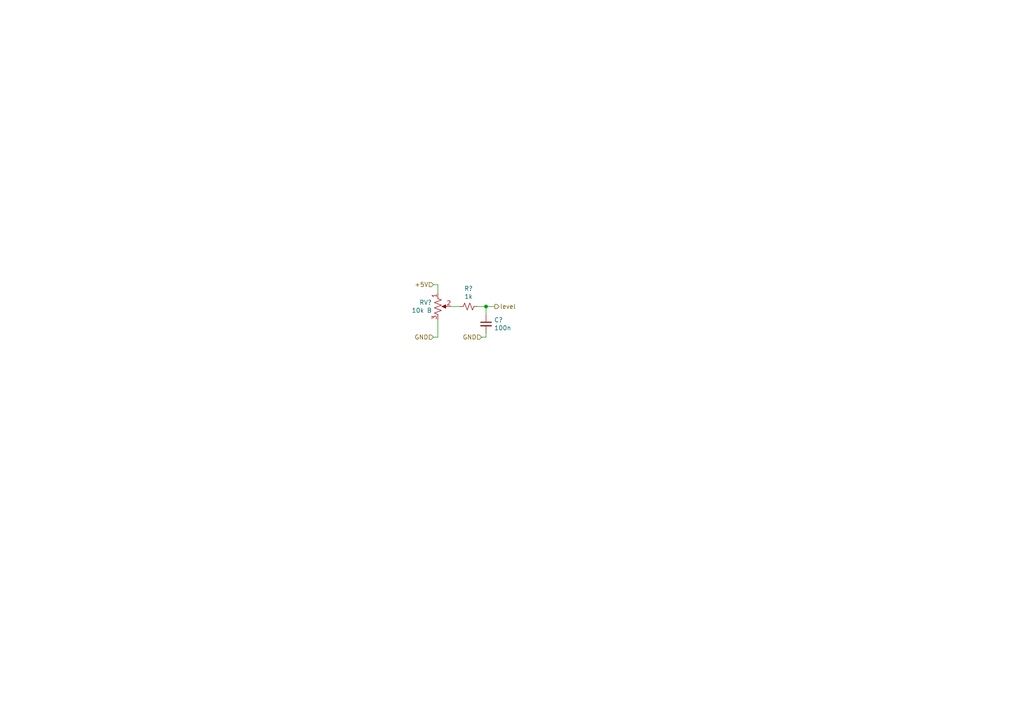
<source format=kicad_sch>
(kicad_sch (version 20211123) (generator eeschema)
  (paper "A4")
  (lib_symbols
    (symbol "Device:C_Small" (pin_numbers hide) (pin_names (offset 0.254) hide)
      (property "Reference" "C" (at 0.254 1.778 0))
      (property "Value" "C_Small" (at 0.254 -2.032 0))
      (symbol "C_Small_0_1"
        (polyline (pts (xy -1.524 -0.508) (xy 1.524 -0.508)) (stroke (width 0.3302)))
        (polyline (pts (xy -1.524 0.508) (xy 1.524 0.508)) (stroke (width 0.3048)))
      )
      (symbol "C_Small_1_1"
        (pin passive line (at 0 2.54 270) (length 2.032) (name "~") (number "1"))
        (pin passive line (at 0 -2.54 90) (length 2.032) (name "~") (number "2"))
      )
    )
    (symbol "Device:R_Potentiometer_US" (pin_names (offset 1.016) hide)
      (property "Reference" "RV" (at -4.445 0 90))
      (property "Value" "R_Potentiometer_US" (at -2.54 0 90))
      (symbol "R_Potentiometer_US_0_1"
        (polyline (pts (xy 0 -2.286) (xy 0 -2.54)))
        (polyline (pts (xy 0 2.54) (xy 0 2.286)))
        (polyline (pts (xy 2.54 0) (xy 1.524 0)))
        (polyline (pts (xy 1.143 0) (xy 2.286 0.508) (xy 2.286 -0.508) (xy 1.143 0)) (fill (type outline)))
        (polyline (pts (xy 0 -0.762) (xy 1.016 -1.143) (xy 0 -1.524) (xy -1.016 -1.905) (xy 0 -2.286)))
        (polyline (pts (xy 0 0.762) (xy 1.016 0.381) (xy 0 0) (xy -1.016 -0.381) (xy 0 -0.762)))
        (polyline (pts (xy 0 2.286) (xy 1.016 1.905) (xy 0 1.524) (xy -1.016 1.143) (xy 0 0.762)))
      )
      (symbol "R_Potentiometer_US_1_1"
        (pin passive line (at 0 3.81 270) (length 1.27) (name "1") (number "1"))
        (pin passive line (at 3.81 0 180) (length 1.27) (name "2") (number "2"))
        (pin passive line (at 0 -3.81 90) (length 1.27) (name "3") (number "3"))
      )
    )
    (symbol "Device:R_Small_US" (pin_numbers hide) (pin_names (offset 0.254) hide)
      (property "Reference" "R" (at 0.762 0.508 0))
      (property "Value" "R_Small_US" (at 0.762 -1.016 0))
      (symbol "R_Small_US_1_1"
        (polyline (pts (xy 0 0) (xy 1.016 -0.381) (xy 0 -0.762) (xy -1.016 -1.143) (xy 0 -1.524)))
        (polyline (pts (xy 0 1.524) (xy 1.016 1.143) (xy 0 0.762) (xy -1.016 0.381) (xy 0 0)))
        (pin passive line (at 0 2.54 270) (length 1.016) (name "~") (number "1"))
        (pin passive line (at 0 -2.54 90) (length 1.016) (name "~") (number "2"))
      )
    )
  )
  (junction (at 140.97 88.9))
  (wire (pts (xy 138.43 88.9) (xy 140.97 88.9)))
  (wire (pts (xy 140.97 97.79) (xy 140.97 96.52)))
  (wire (pts (xy 140.97 88.9) (xy 143.51 88.9)))
  (wire (pts (xy 125.73 97.79) (xy 127 97.79)))
  (wire (pts (xy 140.97 88.9) (xy 140.97 91.44)))
  (wire (pts (xy 127 92.71) (xy 127 97.79)))
  (wire (pts (xy 130.81 88.9) (xy 133.35 88.9)))
  (wire (pts (xy 125.73 82.55) (xy 127 82.55)))
  (wire (pts (xy 139.7 97.79) (xy 140.97 97.79)))
  (wire (pts (xy 127 82.55) (xy 127 85.09)))
  (hierarchical_label "level" (shape output) (at 143.51 88.9 0))
  (hierarchical_label "GND" (shape input) (at 125.73 97.79 180))
  (hierarchical_label "GND" (shape input) (at 139.7 97.79 180))
  (hierarchical_label "+5V" (shape input) (at 125.73 82.55 180))
  (symbol (lib_id "Device:R_Potentiometer_US") (at 127 88.9 0) (unit 1)
    (property "Reference" "RV?" (at 125.2728 87.7316 0) (effects (justify right)))
    (property "Value" "10k B" (at 125.2728 90.043 0) (effects (justify right)))
    (property "Footprint" "Potentiometer_THT:Potentiometer_Alps_RK09L_Single_Vertical" (effects hide))
  )
  (symbol (lib_id "Device:C_Small") (at 140.97 93.98 0) (unit 1)
    (property "Reference" "C?" (at 143.3068 92.8116 0) (effects (justify left)))
    (property "Value" "100n" (at 143.3068 95.123 0) (effects (justify left)))
    (property "Footprint" "Capacitor_SMD:C_0805_2012Metric" (effects hide))
  )
  (symbol (lib_id "Device:R_Small_US") (at 135.89 88.9 90) (unit 1)
    (property "Reference" "R?" (at 135.89 83.693 90))
    (property "Value" "1k" (at 135.89 86.0044 90))
    (property "Footprint" "Resistor_SMD:R_0805_2012Metric" (effects hide))
  )
)
</source>
